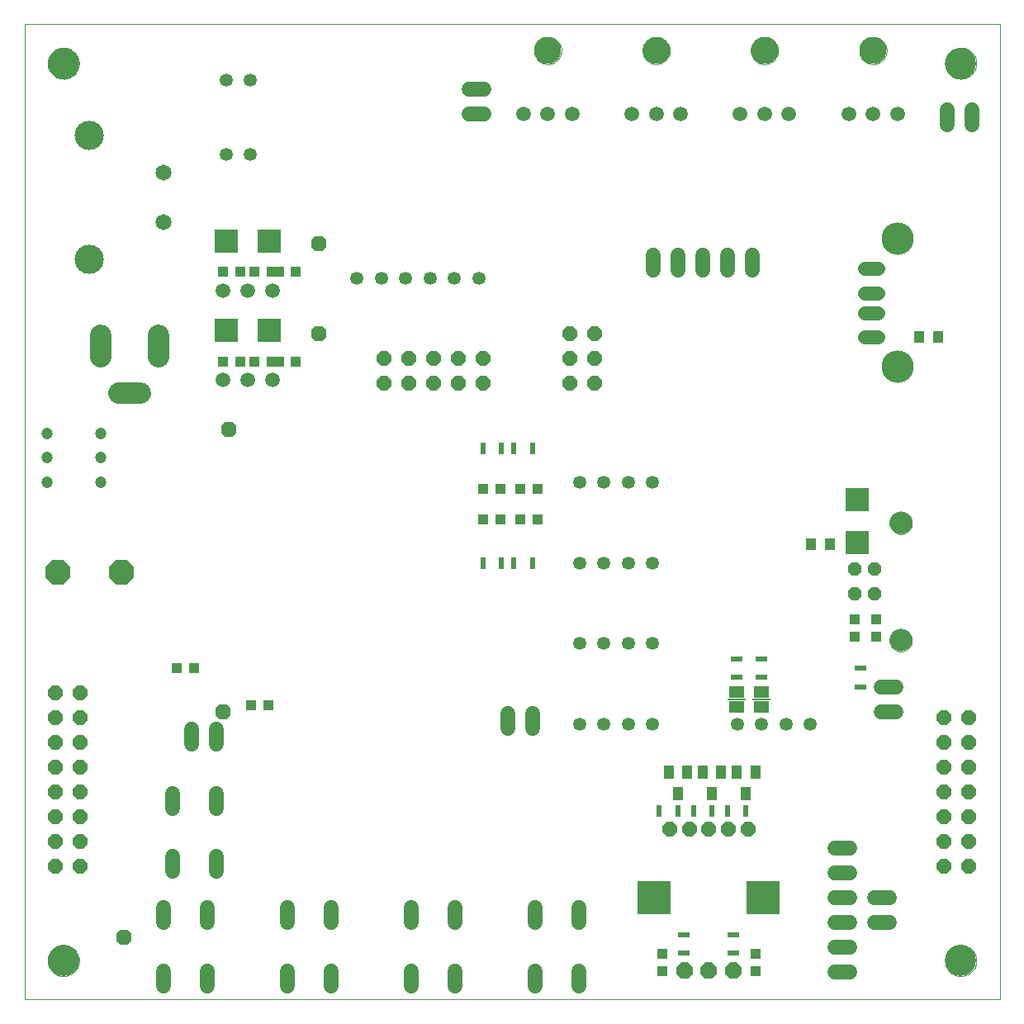
<source format=gbs>
G75*
G70*
%OFA0B0*%
%FSLAX24Y24*%
%IPPOS*%
%LPD*%
%AMOC8*
5,1,8,0,0,1.08239X$1,22.5*
%
%ADD10C,0.0000*%
%ADD11C,0.1260*%
%ADD12OC8,0.0591*%
%ADD13R,0.0512X0.0236*%
%ADD14C,0.0600*%
%ADD15C,0.0531*%
%ADD16R,0.0413X0.0425*%
%ADD17R,0.0236X0.0512*%
%ADD18OC8,0.0660*%
%ADD19R,0.1378X0.1378*%
%ADD20R,0.0425X0.0413*%
%ADD21R,0.0394X0.0551*%
%ADD22OC8,0.1000*%
%ADD23C,0.0591*%
%ADD24R,0.0945X0.0945*%
%ADD25C,0.0472*%
%ADD26R,0.0433X0.0512*%
%ADD27R,0.0630X0.0460*%
%ADD28R,0.0720X0.0060*%
%ADD29C,0.0860*%
%ADD30OC8,0.0630*%
%ADD31C,0.0561*%
%ADD32C,0.1306*%
%ADD33OC8,0.0561*%
%ADD34C,0.0906*%
%ADD35C,0.0650*%
%ADD36C,0.1181*%
%ADD37OC8,0.0600*%
%ADD38R,0.0433X0.0394*%
%ADD39C,0.1102*%
D10*
X002853Y000150D02*
X002853Y039520D01*
X042223Y039520D01*
X042223Y000150D01*
X002853Y000150D01*
X003798Y001725D02*
X003800Y001775D01*
X003806Y001825D01*
X003816Y001874D01*
X003830Y001922D01*
X003847Y001969D01*
X003868Y002014D01*
X003893Y002058D01*
X003921Y002099D01*
X003953Y002138D01*
X003987Y002175D01*
X004024Y002209D01*
X004064Y002239D01*
X004106Y002266D01*
X004150Y002290D01*
X004196Y002311D01*
X004243Y002327D01*
X004291Y002340D01*
X004341Y002349D01*
X004390Y002354D01*
X004441Y002355D01*
X004491Y002352D01*
X004540Y002345D01*
X004589Y002334D01*
X004637Y002319D01*
X004683Y002301D01*
X004728Y002279D01*
X004771Y002253D01*
X004812Y002224D01*
X004851Y002192D01*
X004887Y002157D01*
X004919Y002119D01*
X004949Y002079D01*
X004976Y002036D01*
X004999Y001992D01*
X005018Y001946D01*
X005034Y001898D01*
X005046Y001849D01*
X005054Y001800D01*
X005058Y001750D01*
X005058Y001700D01*
X005054Y001650D01*
X005046Y001601D01*
X005034Y001552D01*
X005018Y001504D01*
X004999Y001458D01*
X004976Y001414D01*
X004949Y001371D01*
X004919Y001331D01*
X004887Y001293D01*
X004851Y001258D01*
X004812Y001226D01*
X004771Y001197D01*
X004728Y001171D01*
X004683Y001149D01*
X004637Y001131D01*
X004589Y001116D01*
X004540Y001105D01*
X004491Y001098D01*
X004441Y001095D01*
X004390Y001096D01*
X004341Y001101D01*
X004291Y001110D01*
X004243Y001123D01*
X004196Y001139D01*
X004150Y001160D01*
X004106Y001184D01*
X004064Y001211D01*
X004024Y001241D01*
X003987Y001275D01*
X003953Y001312D01*
X003921Y001351D01*
X003893Y001392D01*
X003868Y001436D01*
X003847Y001481D01*
X003830Y001528D01*
X003816Y001576D01*
X003806Y001625D01*
X003800Y001675D01*
X003798Y001725D01*
X037775Y014655D02*
X037777Y014697D01*
X037783Y014739D01*
X037793Y014781D01*
X037806Y014821D01*
X037824Y014860D01*
X037845Y014897D01*
X037869Y014931D01*
X037897Y014964D01*
X037927Y014994D01*
X037960Y015020D01*
X037995Y015044D01*
X038033Y015064D01*
X038072Y015080D01*
X038112Y015093D01*
X038154Y015102D01*
X038196Y015107D01*
X038239Y015108D01*
X038281Y015105D01*
X038323Y015098D01*
X038364Y015087D01*
X038404Y015072D01*
X038442Y015054D01*
X038479Y015032D01*
X038513Y015007D01*
X038545Y014979D01*
X038573Y014948D01*
X038599Y014914D01*
X038622Y014878D01*
X038641Y014841D01*
X038657Y014801D01*
X038669Y014760D01*
X038677Y014719D01*
X038681Y014676D01*
X038681Y014634D01*
X038677Y014591D01*
X038669Y014550D01*
X038657Y014509D01*
X038641Y014469D01*
X038622Y014432D01*
X038599Y014396D01*
X038573Y014362D01*
X038545Y014331D01*
X038513Y014303D01*
X038479Y014278D01*
X038442Y014256D01*
X038404Y014238D01*
X038364Y014223D01*
X038323Y014212D01*
X038281Y014205D01*
X038239Y014202D01*
X038196Y014203D01*
X038154Y014208D01*
X038112Y014217D01*
X038072Y014230D01*
X038033Y014246D01*
X037995Y014266D01*
X037960Y014290D01*
X037927Y014316D01*
X037897Y014346D01*
X037869Y014379D01*
X037845Y014413D01*
X037824Y014450D01*
X037806Y014489D01*
X037793Y014529D01*
X037783Y014571D01*
X037777Y014613D01*
X037775Y014655D01*
X037775Y019395D02*
X037777Y019437D01*
X037783Y019479D01*
X037793Y019521D01*
X037806Y019561D01*
X037824Y019600D01*
X037845Y019637D01*
X037869Y019671D01*
X037897Y019704D01*
X037927Y019734D01*
X037960Y019760D01*
X037995Y019784D01*
X038033Y019804D01*
X038072Y019820D01*
X038112Y019833D01*
X038154Y019842D01*
X038196Y019847D01*
X038239Y019848D01*
X038281Y019845D01*
X038323Y019838D01*
X038364Y019827D01*
X038404Y019812D01*
X038442Y019794D01*
X038479Y019772D01*
X038513Y019747D01*
X038545Y019719D01*
X038573Y019688D01*
X038599Y019654D01*
X038622Y019618D01*
X038641Y019581D01*
X038657Y019541D01*
X038669Y019500D01*
X038677Y019459D01*
X038681Y019416D01*
X038681Y019374D01*
X038677Y019331D01*
X038669Y019290D01*
X038657Y019249D01*
X038641Y019209D01*
X038622Y019172D01*
X038599Y019136D01*
X038573Y019102D01*
X038545Y019071D01*
X038513Y019043D01*
X038479Y019018D01*
X038442Y018996D01*
X038404Y018978D01*
X038364Y018963D01*
X038323Y018952D01*
X038281Y018945D01*
X038239Y018942D01*
X038196Y018943D01*
X038154Y018948D01*
X038112Y018957D01*
X038072Y018970D01*
X038033Y018986D01*
X037995Y019006D01*
X037960Y019030D01*
X037927Y019056D01*
X037897Y019086D01*
X037869Y019119D01*
X037845Y019153D01*
X037824Y019190D01*
X037806Y019229D01*
X037793Y019269D01*
X037783Y019311D01*
X037777Y019353D01*
X037775Y019395D01*
X040018Y001725D02*
X040020Y001775D01*
X040026Y001825D01*
X040036Y001874D01*
X040050Y001922D01*
X040067Y001969D01*
X040088Y002014D01*
X040113Y002058D01*
X040141Y002099D01*
X040173Y002138D01*
X040207Y002175D01*
X040244Y002209D01*
X040284Y002239D01*
X040326Y002266D01*
X040370Y002290D01*
X040416Y002311D01*
X040463Y002327D01*
X040511Y002340D01*
X040561Y002349D01*
X040610Y002354D01*
X040661Y002355D01*
X040711Y002352D01*
X040760Y002345D01*
X040809Y002334D01*
X040857Y002319D01*
X040903Y002301D01*
X040948Y002279D01*
X040991Y002253D01*
X041032Y002224D01*
X041071Y002192D01*
X041107Y002157D01*
X041139Y002119D01*
X041169Y002079D01*
X041196Y002036D01*
X041219Y001992D01*
X041238Y001946D01*
X041254Y001898D01*
X041266Y001849D01*
X041274Y001800D01*
X041278Y001750D01*
X041278Y001700D01*
X041274Y001650D01*
X041266Y001601D01*
X041254Y001552D01*
X041238Y001504D01*
X041219Y001458D01*
X041196Y001414D01*
X041169Y001371D01*
X041139Y001331D01*
X041107Y001293D01*
X041071Y001258D01*
X041032Y001226D01*
X040991Y001197D01*
X040948Y001171D01*
X040903Y001149D01*
X040857Y001131D01*
X040809Y001116D01*
X040760Y001105D01*
X040711Y001098D01*
X040661Y001095D01*
X040610Y001096D01*
X040561Y001101D01*
X040511Y001110D01*
X040463Y001123D01*
X040416Y001139D01*
X040370Y001160D01*
X040326Y001184D01*
X040284Y001211D01*
X040244Y001241D01*
X040207Y001275D01*
X040173Y001312D01*
X040141Y001351D01*
X040113Y001392D01*
X040088Y001436D01*
X040067Y001481D01*
X040050Y001528D01*
X040036Y001576D01*
X040026Y001625D01*
X040020Y001675D01*
X040018Y001725D01*
X040018Y037945D02*
X040020Y037995D01*
X040026Y038045D01*
X040036Y038094D01*
X040050Y038142D01*
X040067Y038189D01*
X040088Y038234D01*
X040113Y038278D01*
X040141Y038319D01*
X040173Y038358D01*
X040207Y038395D01*
X040244Y038429D01*
X040284Y038459D01*
X040326Y038486D01*
X040370Y038510D01*
X040416Y038531D01*
X040463Y038547D01*
X040511Y038560D01*
X040561Y038569D01*
X040610Y038574D01*
X040661Y038575D01*
X040711Y038572D01*
X040760Y038565D01*
X040809Y038554D01*
X040857Y038539D01*
X040903Y038521D01*
X040948Y038499D01*
X040991Y038473D01*
X041032Y038444D01*
X041071Y038412D01*
X041107Y038377D01*
X041139Y038339D01*
X041169Y038299D01*
X041196Y038256D01*
X041219Y038212D01*
X041238Y038166D01*
X041254Y038118D01*
X041266Y038069D01*
X041274Y038020D01*
X041278Y037970D01*
X041278Y037920D01*
X041274Y037870D01*
X041266Y037821D01*
X041254Y037772D01*
X041238Y037724D01*
X041219Y037678D01*
X041196Y037634D01*
X041169Y037591D01*
X041139Y037551D01*
X041107Y037513D01*
X041071Y037478D01*
X041032Y037446D01*
X040991Y037417D01*
X040948Y037391D01*
X040903Y037369D01*
X040857Y037351D01*
X040809Y037336D01*
X040760Y037325D01*
X040711Y037318D01*
X040661Y037315D01*
X040610Y037316D01*
X040561Y037321D01*
X040511Y037330D01*
X040463Y037343D01*
X040416Y037359D01*
X040370Y037380D01*
X040326Y037404D01*
X040284Y037431D01*
X040244Y037461D01*
X040207Y037495D01*
X040173Y037532D01*
X040141Y037571D01*
X040113Y037612D01*
X040088Y037656D01*
X040067Y037701D01*
X040050Y037748D01*
X040036Y037796D01*
X040026Y037845D01*
X040020Y037895D01*
X040018Y037945D01*
X036552Y038459D02*
X036554Y038506D01*
X036560Y038552D01*
X036570Y038598D01*
X036583Y038643D01*
X036601Y038686D01*
X036622Y038728D01*
X036646Y038768D01*
X036674Y038805D01*
X036705Y038840D01*
X036739Y038873D01*
X036775Y038902D01*
X036814Y038928D01*
X036855Y038951D01*
X036898Y038970D01*
X036942Y038986D01*
X036987Y038998D01*
X037033Y039006D01*
X037080Y039010D01*
X037126Y039010D01*
X037173Y039006D01*
X037219Y038998D01*
X037264Y038986D01*
X037308Y038970D01*
X037351Y038951D01*
X037392Y038928D01*
X037431Y038902D01*
X037467Y038873D01*
X037501Y038840D01*
X037532Y038805D01*
X037560Y038768D01*
X037584Y038728D01*
X037605Y038686D01*
X037623Y038643D01*
X037636Y038598D01*
X037646Y038552D01*
X037652Y038506D01*
X037654Y038459D01*
X037652Y038412D01*
X037646Y038366D01*
X037636Y038320D01*
X037623Y038275D01*
X037605Y038232D01*
X037584Y038190D01*
X037560Y038150D01*
X037532Y038113D01*
X037501Y038078D01*
X037467Y038045D01*
X037431Y038016D01*
X037392Y037990D01*
X037351Y037967D01*
X037308Y037948D01*
X037264Y037932D01*
X037219Y037920D01*
X037173Y037912D01*
X037126Y037908D01*
X037080Y037908D01*
X037033Y037912D01*
X036987Y037920D01*
X036942Y037932D01*
X036898Y037948D01*
X036855Y037967D01*
X036814Y037990D01*
X036775Y038016D01*
X036739Y038045D01*
X036705Y038078D01*
X036674Y038113D01*
X036646Y038150D01*
X036622Y038190D01*
X036601Y038232D01*
X036583Y038275D01*
X036570Y038320D01*
X036560Y038366D01*
X036554Y038412D01*
X036552Y038459D01*
X032177Y038459D02*
X032179Y038506D01*
X032185Y038552D01*
X032195Y038598D01*
X032208Y038643D01*
X032226Y038686D01*
X032247Y038728D01*
X032271Y038768D01*
X032299Y038805D01*
X032330Y038840D01*
X032364Y038873D01*
X032400Y038902D01*
X032439Y038928D01*
X032480Y038951D01*
X032523Y038970D01*
X032567Y038986D01*
X032612Y038998D01*
X032658Y039006D01*
X032705Y039010D01*
X032751Y039010D01*
X032798Y039006D01*
X032844Y038998D01*
X032889Y038986D01*
X032933Y038970D01*
X032976Y038951D01*
X033017Y038928D01*
X033056Y038902D01*
X033092Y038873D01*
X033126Y038840D01*
X033157Y038805D01*
X033185Y038768D01*
X033209Y038728D01*
X033230Y038686D01*
X033248Y038643D01*
X033261Y038598D01*
X033271Y038552D01*
X033277Y038506D01*
X033279Y038459D01*
X033277Y038412D01*
X033271Y038366D01*
X033261Y038320D01*
X033248Y038275D01*
X033230Y038232D01*
X033209Y038190D01*
X033185Y038150D01*
X033157Y038113D01*
X033126Y038078D01*
X033092Y038045D01*
X033056Y038016D01*
X033017Y037990D01*
X032976Y037967D01*
X032933Y037948D01*
X032889Y037932D01*
X032844Y037920D01*
X032798Y037912D01*
X032751Y037908D01*
X032705Y037908D01*
X032658Y037912D01*
X032612Y037920D01*
X032567Y037932D01*
X032523Y037948D01*
X032480Y037967D01*
X032439Y037990D01*
X032400Y038016D01*
X032364Y038045D01*
X032330Y038078D01*
X032299Y038113D01*
X032271Y038150D01*
X032247Y038190D01*
X032226Y038232D01*
X032208Y038275D01*
X032195Y038320D01*
X032185Y038366D01*
X032179Y038412D01*
X032177Y038459D01*
X027802Y038459D02*
X027804Y038506D01*
X027810Y038552D01*
X027820Y038598D01*
X027833Y038643D01*
X027851Y038686D01*
X027872Y038728D01*
X027896Y038768D01*
X027924Y038805D01*
X027955Y038840D01*
X027989Y038873D01*
X028025Y038902D01*
X028064Y038928D01*
X028105Y038951D01*
X028148Y038970D01*
X028192Y038986D01*
X028237Y038998D01*
X028283Y039006D01*
X028330Y039010D01*
X028376Y039010D01*
X028423Y039006D01*
X028469Y038998D01*
X028514Y038986D01*
X028558Y038970D01*
X028601Y038951D01*
X028642Y038928D01*
X028681Y038902D01*
X028717Y038873D01*
X028751Y038840D01*
X028782Y038805D01*
X028810Y038768D01*
X028834Y038728D01*
X028855Y038686D01*
X028873Y038643D01*
X028886Y038598D01*
X028896Y038552D01*
X028902Y038506D01*
X028904Y038459D01*
X028902Y038412D01*
X028896Y038366D01*
X028886Y038320D01*
X028873Y038275D01*
X028855Y038232D01*
X028834Y038190D01*
X028810Y038150D01*
X028782Y038113D01*
X028751Y038078D01*
X028717Y038045D01*
X028681Y038016D01*
X028642Y037990D01*
X028601Y037967D01*
X028558Y037948D01*
X028514Y037932D01*
X028469Y037920D01*
X028423Y037912D01*
X028376Y037908D01*
X028330Y037908D01*
X028283Y037912D01*
X028237Y037920D01*
X028192Y037932D01*
X028148Y037948D01*
X028105Y037967D01*
X028064Y037990D01*
X028025Y038016D01*
X027989Y038045D01*
X027955Y038078D01*
X027924Y038113D01*
X027896Y038150D01*
X027872Y038190D01*
X027851Y038232D01*
X027833Y038275D01*
X027820Y038320D01*
X027810Y038366D01*
X027804Y038412D01*
X027802Y038459D01*
X023427Y038459D02*
X023429Y038506D01*
X023435Y038552D01*
X023445Y038598D01*
X023458Y038643D01*
X023476Y038686D01*
X023497Y038728D01*
X023521Y038768D01*
X023549Y038805D01*
X023580Y038840D01*
X023614Y038873D01*
X023650Y038902D01*
X023689Y038928D01*
X023730Y038951D01*
X023773Y038970D01*
X023817Y038986D01*
X023862Y038998D01*
X023908Y039006D01*
X023955Y039010D01*
X024001Y039010D01*
X024048Y039006D01*
X024094Y038998D01*
X024139Y038986D01*
X024183Y038970D01*
X024226Y038951D01*
X024267Y038928D01*
X024306Y038902D01*
X024342Y038873D01*
X024376Y038840D01*
X024407Y038805D01*
X024435Y038768D01*
X024459Y038728D01*
X024480Y038686D01*
X024498Y038643D01*
X024511Y038598D01*
X024521Y038552D01*
X024527Y038506D01*
X024529Y038459D01*
X024527Y038412D01*
X024521Y038366D01*
X024511Y038320D01*
X024498Y038275D01*
X024480Y038232D01*
X024459Y038190D01*
X024435Y038150D01*
X024407Y038113D01*
X024376Y038078D01*
X024342Y038045D01*
X024306Y038016D01*
X024267Y037990D01*
X024226Y037967D01*
X024183Y037948D01*
X024139Y037932D01*
X024094Y037920D01*
X024048Y037912D01*
X024001Y037908D01*
X023955Y037908D01*
X023908Y037912D01*
X023862Y037920D01*
X023817Y037932D01*
X023773Y037948D01*
X023730Y037967D01*
X023689Y037990D01*
X023650Y038016D01*
X023614Y038045D01*
X023580Y038078D01*
X023549Y038113D01*
X023521Y038150D01*
X023497Y038190D01*
X023476Y038232D01*
X023458Y038275D01*
X023445Y038320D01*
X023435Y038366D01*
X023429Y038412D01*
X023427Y038459D01*
X003798Y037945D02*
X003800Y037995D01*
X003806Y038045D01*
X003816Y038094D01*
X003830Y038142D01*
X003847Y038189D01*
X003868Y038234D01*
X003893Y038278D01*
X003921Y038319D01*
X003953Y038358D01*
X003987Y038395D01*
X004024Y038429D01*
X004064Y038459D01*
X004106Y038486D01*
X004150Y038510D01*
X004196Y038531D01*
X004243Y038547D01*
X004291Y038560D01*
X004341Y038569D01*
X004390Y038574D01*
X004441Y038575D01*
X004491Y038572D01*
X004540Y038565D01*
X004589Y038554D01*
X004637Y038539D01*
X004683Y038521D01*
X004728Y038499D01*
X004771Y038473D01*
X004812Y038444D01*
X004851Y038412D01*
X004887Y038377D01*
X004919Y038339D01*
X004949Y038299D01*
X004976Y038256D01*
X004999Y038212D01*
X005018Y038166D01*
X005034Y038118D01*
X005046Y038069D01*
X005054Y038020D01*
X005058Y037970D01*
X005058Y037920D01*
X005054Y037870D01*
X005046Y037821D01*
X005034Y037772D01*
X005018Y037724D01*
X004999Y037678D01*
X004976Y037634D01*
X004949Y037591D01*
X004919Y037551D01*
X004887Y037513D01*
X004851Y037478D01*
X004812Y037446D01*
X004771Y037417D01*
X004728Y037391D01*
X004683Y037369D01*
X004637Y037351D01*
X004589Y037336D01*
X004540Y037325D01*
X004491Y037318D01*
X004441Y037315D01*
X004390Y037316D01*
X004341Y037321D01*
X004291Y037330D01*
X004243Y037343D01*
X004196Y037359D01*
X004150Y037380D01*
X004106Y037404D01*
X004064Y037431D01*
X004024Y037461D01*
X003987Y037495D01*
X003953Y037532D01*
X003921Y037571D01*
X003893Y037612D01*
X003868Y037656D01*
X003847Y037701D01*
X003830Y037748D01*
X003816Y037796D01*
X003806Y037845D01*
X003800Y037895D01*
X003798Y037945D01*
D11*
X004428Y037945D03*
X040648Y037945D03*
X040648Y001725D03*
X004428Y001725D03*
D12*
X004103Y005525D03*
X005103Y005525D03*
X005103Y006525D03*
X005103Y007525D03*
X005103Y008525D03*
X004103Y008525D03*
X004103Y007525D03*
X004103Y006525D03*
X004103Y009525D03*
X005103Y009525D03*
X005103Y010525D03*
X004103Y010525D03*
X004103Y011525D03*
X005103Y011525D03*
X005103Y012525D03*
X004103Y012525D03*
X017353Y025025D03*
X018353Y025025D03*
X019353Y025025D03*
X019353Y026025D03*
X018353Y026025D03*
X017353Y026025D03*
X020353Y026025D03*
X021353Y026025D03*
X021353Y025025D03*
X020353Y025025D03*
X028903Y007031D03*
X029691Y007031D03*
X030478Y007031D03*
X031265Y007031D03*
X032053Y007031D03*
X039978Y007525D03*
X040978Y007525D03*
X040978Y006525D03*
X039978Y006525D03*
X039978Y005525D03*
X040978Y005525D03*
X040978Y008525D03*
X039978Y008525D03*
X039978Y009525D03*
X040978Y009525D03*
X040978Y010525D03*
X039978Y010525D03*
X039978Y011525D03*
X040978Y011525D03*
D13*
X036603Y012776D03*
X036603Y013524D03*
X032603Y013151D03*
X032603Y013899D03*
X031603Y013899D03*
X031603Y013151D03*
X031478Y002774D03*
X031478Y002026D03*
X029478Y002026D03*
X029478Y002774D03*
D14*
X025243Y003255D02*
X025243Y003855D01*
X023463Y003855D02*
X023463Y003255D01*
X023463Y001295D02*
X023463Y000695D01*
X025243Y000695D02*
X025243Y001295D01*
X020243Y001295D02*
X020243Y000695D01*
X018463Y000695D02*
X018463Y001295D01*
X018463Y003255D02*
X018463Y003855D01*
X020243Y003855D02*
X020243Y003255D01*
X015243Y003255D02*
X015243Y003855D01*
X013463Y003855D02*
X013463Y003255D01*
X013463Y001295D02*
X013463Y000695D01*
X015243Y000695D02*
X015243Y001295D01*
X010618Y005320D02*
X010618Y005920D01*
X008838Y005920D02*
X008838Y005320D01*
X008463Y003855D02*
X008463Y003255D01*
X010243Y003255D02*
X010243Y003855D01*
X010243Y001295D02*
X010243Y000695D01*
X008463Y000695D02*
X008463Y001295D01*
X008838Y007880D02*
X008838Y008480D01*
X010618Y008480D02*
X010618Y007880D01*
X010603Y010475D02*
X010603Y011075D01*
X009603Y011075D02*
X009603Y010475D01*
X022353Y011100D02*
X022353Y011700D01*
X023353Y011700D02*
X023353Y011100D01*
X035553Y006275D02*
X036153Y006275D01*
X036153Y005275D02*
X035553Y005275D01*
X035553Y004275D02*
X036153Y004275D01*
X036153Y003275D02*
X035553Y003275D01*
X035553Y002275D02*
X036153Y002275D01*
X036153Y001275D02*
X035553Y001275D01*
X037178Y003275D02*
X037778Y003275D01*
X037778Y004275D02*
X037178Y004275D01*
X037428Y011775D02*
X038028Y011775D01*
X038028Y012775D02*
X037428Y012775D01*
X032228Y029600D02*
X032228Y030200D01*
X031228Y030200D02*
X031228Y029600D01*
X030228Y029600D02*
X030228Y030200D01*
X029228Y030200D02*
X029228Y029600D01*
X028228Y029600D02*
X028228Y030200D01*
X021403Y035900D02*
X020803Y035900D01*
X020803Y036900D02*
X021403Y036900D01*
X040103Y036075D02*
X040103Y035475D01*
X041103Y035475D02*
X041103Y036075D01*
D15*
X028204Y021025D03*
X027220Y021025D03*
X026236Y021025D03*
X025252Y021025D03*
X025252Y017775D03*
X026236Y017775D03*
X027220Y017775D03*
X028204Y017775D03*
X028204Y014525D03*
X027220Y014525D03*
X026236Y014525D03*
X025252Y014525D03*
X025252Y011275D03*
X026236Y011275D03*
X027220Y011275D03*
X028204Y011275D03*
X031627Y011275D03*
X032611Y011275D03*
X033595Y011275D03*
X034579Y011275D03*
X021189Y029275D03*
X020204Y029275D03*
X019220Y029275D03*
X018236Y029275D03*
X017252Y029275D03*
X016267Y029275D03*
X011970Y034275D03*
X010986Y034275D03*
X010986Y037275D03*
X011970Y037275D03*
D16*
X012133Y029525D03*
X012822Y029525D03*
X011572Y029525D03*
X010883Y029525D03*
X010883Y025900D03*
X011572Y025900D03*
X012133Y025900D03*
X012822Y025900D03*
X021383Y020775D03*
X022072Y020775D03*
X022883Y020775D03*
X023572Y020775D03*
X023572Y019525D03*
X022883Y019525D03*
X022072Y019525D03*
X021383Y019525D03*
X012697Y012025D03*
X012008Y012025D03*
X009697Y013525D03*
X009008Y013525D03*
D17*
X021354Y017775D03*
X022102Y017775D03*
X022604Y017775D03*
X023352Y017775D03*
X023352Y022400D03*
X022604Y022400D03*
X022102Y022400D03*
X021354Y022400D03*
X028479Y007775D03*
X029227Y007775D03*
X029854Y007775D03*
X030602Y007775D03*
X031229Y007775D03*
X031977Y007775D03*
D18*
X031462Y001322D03*
X030478Y001322D03*
X029494Y001322D03*
D19*
X028273Y004275D03*
X032683Y004275D03*
D20*
X032353Y001994D03*
X032353Y001306D03*
X028603Y001306D03*
X028603Y001994D03*
X036353Y014806D03*
X036353Y015494D03*
X037228Y015494D03*
X037228Y014806D03*
D21*
X032352Y009333D03*
X031604Y009333D03*
X030977Y009333D03*
X030229Y009333D03*
X029602Y009333D03*
X028854Y009333D03*
X029228Y008467D03*
X030603Y008467D03*
X031978Y008467D03*
D22*
X006758Y017400D03*
X004198Y017400D03*
D23*
X010853Y025150D03*
X011853Y025150D03*
X012853Y025150D03*
X012853Y028775D03*
X011853Y028775D03*
X010853Y028775D03*
X022994Y035900D03*
X023978Y035900D03*
X024962Y035900D03*
X027369Y035900D03*
X028353Y035900D03*
X029337Y035900D03*
X031744Y035900D03*
X032728Y035900D03*
X033712Y035900D03*
X036119Y035900D03*
X037103Y035900D03*
X038087Y035900D03*
D24*
X036478Y020329D03*
X036478Y018596D03*
X012719Y027150D03*
X010987Y027150D03*
X010987Y030775D03*
X012719Y030775D03*
D25*
X005936Y023009D03*
X005936Y022025D03*
X005936Y021041D03*
X003770Y021041D03*
X003770Y022025D03*
X003770Y023009D03*
D26*
X034604Y018525D03*
X035352Y018525D03*
X038979Y026900D03*
X039727Y026900D03*
D27*
X032603Y012575D03*
X032603Y011975D03*
X031603Y011975D03*
X031603Y012575D03*
D28*
X031603Y012275D03*
X032603Y012275D03*
D29*
X008284Y026095D02*
X008284Y026955D01*
X005922Y026955D02*
X005922Y026095D01*
X006673Y024635D02*
X007533Y024635D01*
D30*
X011103Y023150D03*
X014728Y027025D03*
X014728Y030650D03*
X010853Y011775D03*
X006853Y002650D03*
D31*
X036756Y026897D02*
X037317Y026897D01*
X037317Y027881D02*
X036756Y027881D01*
X036756Y028669D02*
X037317Y028669D01*
X037317Y029653D02*
X036756Y029653D01*
D32*
X038103Y030862D03*
X038103Y025688D03*
D33*
X037161Y017517D03*
X036374Y017517D03*
X036374Y016533D03*
X037161Y016533D03*
D34*
X038228Y014655D03*
X038228Y019395D03*
D35*
X008478Y031525D03*
X008478Y033525D03*
D36*
X005478Y035025D03*
X005478Y030025D03*
D37*
X024853Y027025D03*
X025853Y027025D03*
X025853Y026025D03*
X025853Y025025D03*
X024853Y025025D03*
X024853Y026025D03*
D38*
X013813Y025900D03*
X013143Y025900D03*
X013143Y029525D03*
X013813Y029525D03*
D39*
X023978Y038459D03*
X028353Y038459D03*
X032728Y038459D03*
X037103Y038459D03*
M02*

</source>
